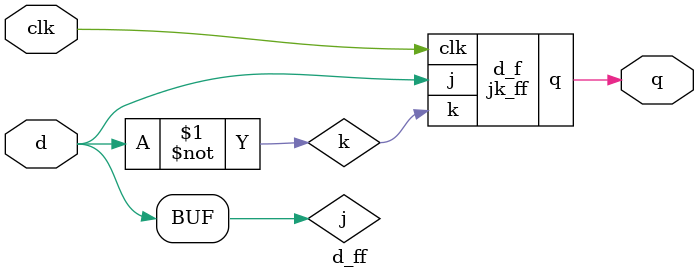
<source format=v>
module jk_ff(j,k,clk,q);
input wire j,k,clk;
output reg q;

always@(posedge clk)begin 
	if(j==0 && k==0) q<=q;
	else if(j==0 && k==1) q<=0;
	else if(j==1 && k==0) q<=1;
	else q<=~q;
end

endmodule

module d_ff(d,clk,q);
input wire d,clk;
output reg q;

wire j,k;

assign j=d;
assign k=~d;

jk_ff d_f(.j(j),.k(k),.clk(clk),.q(q));


endmodule

</source>
